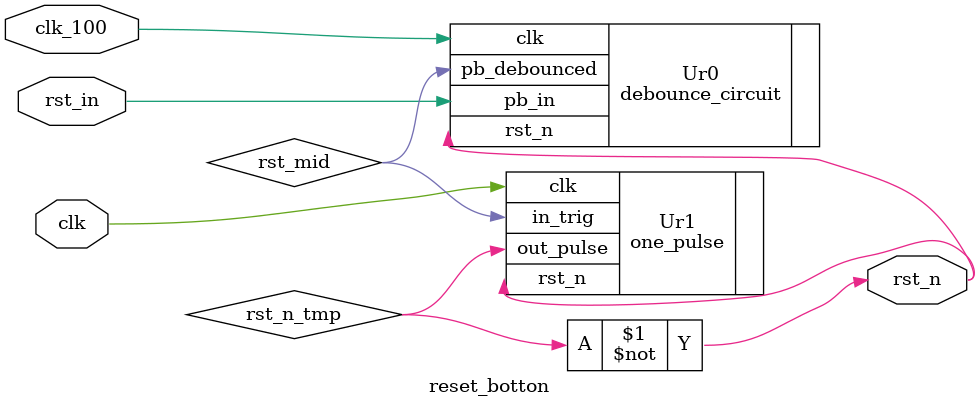
<source format=v>
`timescale 1ns / 1ps


module reset_botton(
    clk_100,
    clk,
    rst_n,
    rst_in        
);
output rst_n;
input rst_in, clk_100, clk;
wire rst_n_tmp;
wire rst_mid;

assign rst_n = ~rst_n_tmp;

debounce_circuit Ur0(
    .clk(clk_100),
    .rst_n(rst_n),  //negative edge reset
    .pb_in(rst_in),  //push botton input
    .pb_debounced(rst_mid)    //debounced push botton output
);

one_pulse Ur1(
    .clk(clk),    //global clock
    .rst_n(rst_n),
    .in_trig(rst_mid),
    .out_pulse(rst_n_tmp)
);

endmodule

</source>
